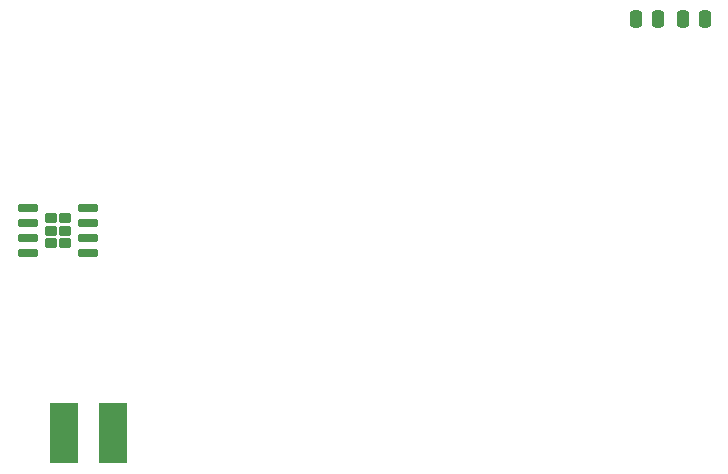
<source format=gtp>
%TF.GenerationSoftware,KiCad,Pcbnew,9.0.7*%
%TF.CreationDate,2026-02-04T17:23:19-06:00*%
%TF.ProjectId,power-hat,706f7765-722d-4686-9174-2e6b69636164,rev?*%
%TF.SameCoordinates,Original*%
%TF.FileFunction,Paste,Top*%
%TF.FilePolarity,Positive*%
%FSLAX46Y46*%
G04 Gerber Fmt 4.6, Leading zero omitted, Abs format (unit mm)*
G04 Created by KiCad (PCBNEW 9.0.7) date 2026-02-04 17:23:19*
%MOMM*%
%LPD*%
G01*
G04 APERTURE LIST*
G04 Aperture macros list*
%AMRoundRect*
0 Rectangle with rounded corners*
0 $1 Rounding radius*
0 $2 $3 $4 $5 $6 $7 $8 $9 X,Y pos of 4 corners*
0 Add a 4 corners polygon primitive as box body*
4,1,4,$2,$3,$4,$5,$6,$7,$8,$9,$2,$3,0*
0 Add four circle primitives for the rounded corners*
1,1,$1+$1,$2,$3*
1,1,$1+$1,$4,$5*
1,1,$1+$1,$6,$7*
1,1,$1+$1,$8,$9*
0 Add four rect primitives between the rounded corners*
20,1,$1+$1,$2,$3,$4,$5,0*
20,1,$1+$1,$4,$5,$6,$7,0*
20,1,$1+$1,$6,$7,$8,$9,0*
20,1,$1+$1,$8,$9,$2,$3,0*%
G04 Aperture macros list end*
%ADD10RoundRect,0.222500X-0.297500X-0.222500X0.297500X-0.222500X0.297500X0.222500X-0.297500X0.222500X0*%
%ADD11RoundRect,0.150000X-0.737500X-0.150000X0.737500X-0.150000X0.737500X0.150000X-0.737500X0.150000X0*%
%ADD12R,2.350000X5.100000*%
%ADD13RoundRect,0.250000X-0.250000X-0.475000X0.250000X-0.475000X0.250000X0.475000X-0.250000X0.475000X0*%
G04 APERTURE END LIST*
D10*
%TO.C,U1*%
X103337500Y-83375000D03*
X103337500Y-84405000D03*
X103337500Y-85435000D03*
X104537500Y-83375000D03*
X104537500Y-84405000D03*
X104537500Y-85435000D03*
D11*
X101375000Y-82500000D03*
X101375000Y-83770000D03*
X101375000Y-85040000D03*
X101375000Y-86310000D03*
X106500000Y-86310000D03*
X106500000Y-85040000D03*
X106500000Y-83770000D03*
X106500000Y-82500000D03*
%TD*%
D12*
%TO.C,L1*%
X104425000Y-101500000D03*
X108575000Y-101500000D03*
%TD*%
D13*
%TO.C,C11*%
X156830000Y-66500000D03*
X158730000Y-66500000D03*
%TD*%
%TO.C,C10*%
X152830000Y-66500000D03*
X154730000Y-66500000D03*
%TD*%
M02*

</source>
